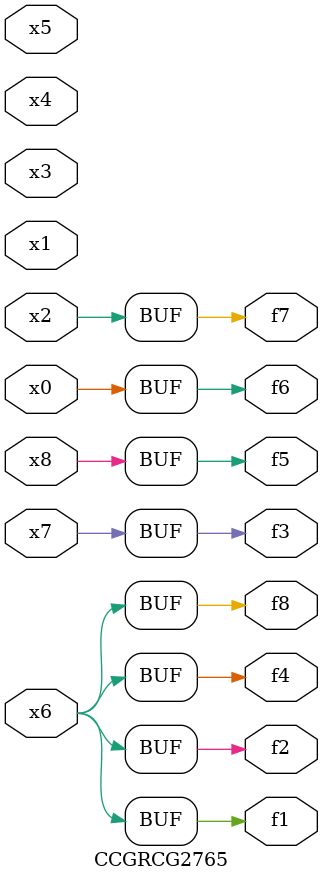
<source format=v>
module CCGRCG2765(
	input x0, x1, x2, x3, x4, x5, x6, x7, x8,
	output f1, f2, f3, f4, f5, f6, f7, f8
);
	assign f1 = x6;
	assign f2 = x6;
	assign f3 = x7;
	assign f4 = x6;
	assign f5 = x8;
	assign f6 = x0;
	assign f7 = x2;
	assign f8 = x6;
endmodule

</source>
